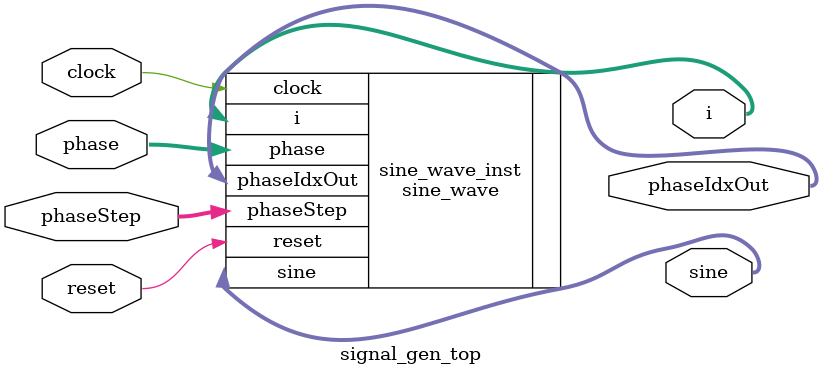
<source format=v>
`timescale 1ns / 1ps

module signal_gen_top#(
    parameter SINE_SIZE = 12,
    parameter TABLE_SIZE = 268,
    parameter TABLE_REG_SIZE = 9,
    parameter PHASE_SIZE = 8 // resolution for phase input (from -180º to 180º)
) (
    input  wire                        clock,         // System clock input
    input  wire                        reset,         // Active-high reset signal
    input  wire signed [PHASE_SIZE:0]  phase,         // Phase input (-180º to 180º, resolution defined by PHASE_SIZE)
    input  wire signed [PHASE_SIZE:0]  phaseStep,     // Phase step input to control phase increment
    output wire [SINE_SIZE-1:0]        sine,          // 12-bit sine wave output
    output wire signed [PHASE_SIZE:0]  phaseIdxOut,    // Phase index output from sine_wave module
    output reg  signed [TABLE_REG_SIZE:0]        i
);

    // Instantiate the sine_wave module.
    sine_wave #(
        .SINE_SIZE(SINE_SIZE),
        .TABLE_SIZE(TABLE_SIZE),
        .TABLE_REG_SIZE(TABLE_REG_SIZE),
        .PHASE_SIZE(PHASE_SIZE)
    ) sine_wave_inst (
        .clock(clock),
        .reset(reset),
        .phase(phase),
        .phaseStep(phaseStep),
        .sine(sine),
        .phaseIdxOut(phaseIdxOut),
        .i(i)  // The 'i' output is unconnected in the top-level module
    );

endmodule

</source>
